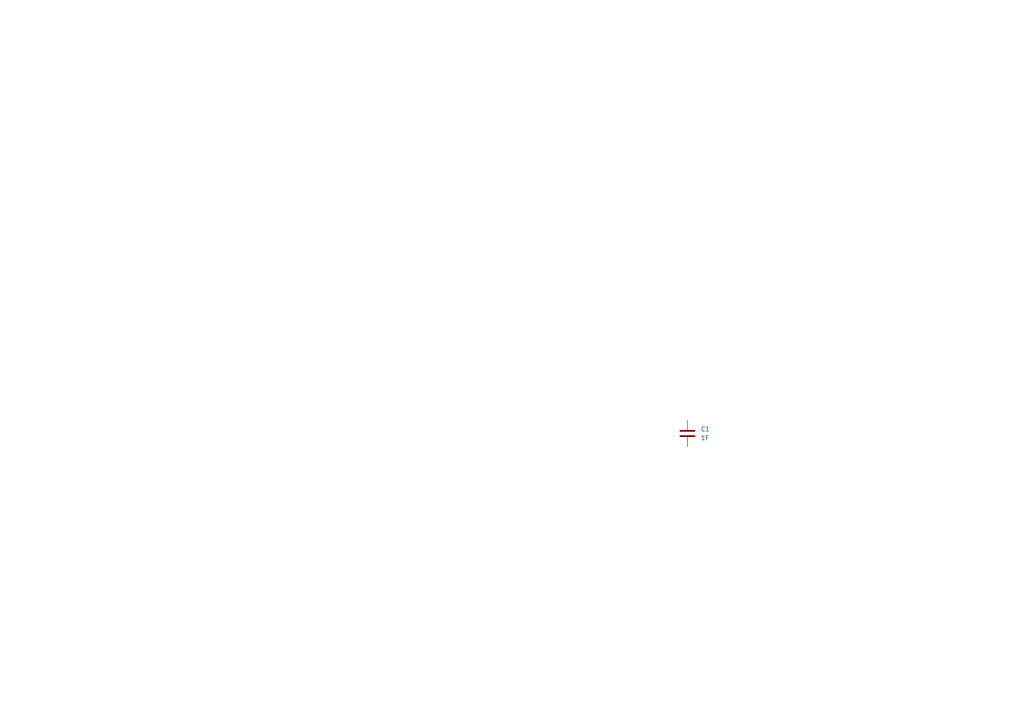
<source format=kicad_sch>
(kicad_sch (version 20211123) (generator eeschema)
  (paper "A4")
  (title_block (title "Template") (date "2022-04-19") (rev "V0") (company "E-Agle TRT"))
  (lib_symbols
    (symbol "Device:C" (pin_numbers hide) (pin_names (offset 0.254))
      (property "Reference" "C" (at 0.635 2.54 0))
      (property "Value" "C" (at 0.635 -2.54 0))
      (symbol "C_0_1"
        (polyline (pts (xy -2.032 -0.762) (xy 2.032 -0.762)) (stroke (width 0.508)))
        (polyline (pts (xy -2.032 0.762) (xy 2.032 0.762)) (stroke (width 0.508)))
      )
      (symbol "C_1_1"
        (pin passive line (at 0 3.81 270) (length 2.794) (name "~") (number "1"))
        (pin passive line (at 0 -3.81 90) (length 2.794) (name "~") (number "2"))
      )
    )
  )
  (symbol (lib_id "Device:C") (at 199.39 125.73 0) (unit 1)
    (property "Reference" "C1" (at 203.2 124.4599 0) (effects (justify left)))
    (property "Value" "1F" (at 203.2 126.9999 0) (effects (justify left)))
    (property "Footprint" "Capacitor_SMD:C_0805_2012Metric" (effects hide))
  )
)
</source>
